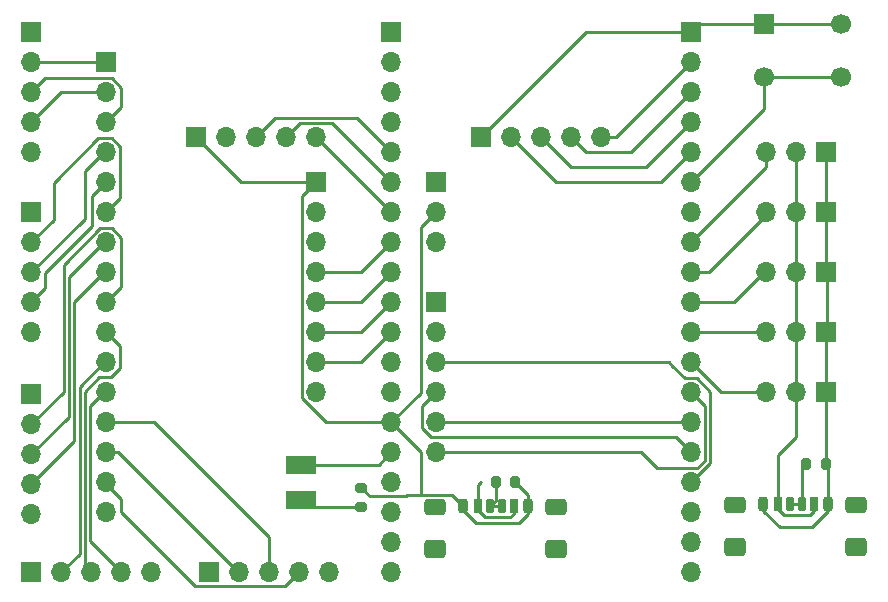
<source format=gbr>
%TF.GenerationSoftware,KiCad,Pcbnew,8.0.3*%
%TF.CreationDate,2024-07-03T01:18:00-05:00*%
%TF.ProjectId,lucidGloves,6c756369-6447-46c6-9f76-65732e6b6963,rev?*%
%TF.SameCoordinates,Original*%
%TF.FileFunction,Copper,L1,Top*%
%TF.FilePolarity,Positive*%
%FSLAX46Y46*%
G04 Gerber Fmt 4.6, Leading zero omitted, Abs format (unit mm)*
G04 Created by KiCad (PCBNEW 8.0.3) date 2024-07-03 01:18:00*
%MOMM*%
%LPD*%
G01*
G04 APERTURE LIST*
G04 Aperture macros list*
%AMRoundRect*
0 Rectangle with rounded corners*
0 $1 Rounding radius*
0 $2 $3 $4 $5 $6 $7 $8 $9 X,Y pos of 4 corners*
0 Add a 4 corners polygon primitive as box body*
4,1,4,$2,$3,$4,$5,$6,$7,$8,$9,$2,$3,0*
0 Add four circle primitives for the rounded corners*
1,1,$1+$1,$2,$3*
1,1,$1+$1,$4,$5*
1,1,$1+$1,$6,$7*
1,1,$1+$1,$8,$9*
0 Add four rect primitives between the rounded corners*
20,1,$1+$1,$2,$3,$4,$5,0*
20,1,$1+$1,$4,$5,$6,$7,0*
20,1,$1+$1,$6,$7,$8,$9,0*
20,1,$1+$1,$8,$9,$2,$3,0*%
G04 Aperture macros list end*
%TA.AperFunction,ComponentPad*%
%ADD10O,1.700000X1.700000*%
%TD*%
%TA.AperFunction,ComponentPad*%
%ADD11R,1.700000X1.700000*%
%TD*%
%TA.AperFunction,SMDPad,CuDef*%
%ADD12RoundRect,0.175000X-0.175000X-0.425000X0.175000X-0.425000X0.175000X0.425000X-0.175000X0.425000X0*%
%TD*%
%TA.AperFunction,SMDPad,CuDef*%
%ADD13RoundRect,0.190000X0.190000X0.410000X-0.190000X0.410000X-0.190000X-0.410000X0.190000X-0.410000X0*%
%TD*%
%TA.AperFunction,SMDPad,CuDef*%
%ADD14RoundRect,0.200000X0.200000X0.400000X-0.200000X0.400000X-0.200000X-0.400000X0.200000X-0.400000X0*%
%TD*%
%TA.AperFunction,SMDPad,CuDef*%
%ADD15RoundRect,0.175000X0.175000X0.425000X-0.175000X0.425000X-0.175000X-0.425000X0.175000X-0.425000X0*%
%TD*%
%TA.AperFunction,SMDPad,CuDef*%
%ADD16RoundRect,0.190000X-0.190000X-0.410000X0.190000X-0.410000X0.190000X0.410000X-0.190000X0.410000X0*%
%TD*%
%TA.AperFunction,SMDPad,CuDef*%
%ADD17RoundRect,0.200000X-0.200000X-0.400000X0.200000X-0.400000X0.200000X0.400000X-0.200000X0.400000X0*%
%TD*%
%TA.AperFunction,SMDPad,CuDef*%
%ADD18RoundRect,0.250000X-0.650000X-0.425000X0.650000X-0.425000X0.650000X0.425000X-0.650000X0.425000X0*%
%TD*%
%TA.AperFunction,SMDPad,CuDef*%
%ADD19RoundRect,0.250000X-0.650000X-0.500000X0.650000X-0.500000X0.650000X0.500000X-0.650000X0.500000X0*%
%TD*%
%TA.AperFunction,ComponentPad*%
%ADD20C,1.700000*%
%TD*%
%TA.AperFunction,SMDPad,CuDef*%
%ADD21RoundRect,0.200000X-0.200000X-0.275000X0.200000X-0.275000X0.200000X0.275000X-0.200000X0.275000X0*%
%TD*%
%TA.AperFunction,SMDPad,CuDef*%
%ADD22RoundRect,0.200000X-0.275000X0.200000X-0.275000X-0.200000X0.275000X-0.200000X0.275000X0.200000X0*%
%TD*%
%TA.AperFunction,SMDPad,CuDef*%
%ADD23R,2.600000X1.500000*%
%TD*%
%TA.AperFunction,ViaPad*%
%ADD24C,0.300000*%
%TD*%
%TA.AperFunction,Conductor*%
%ADD25C,0.250000*%
%TD*%
G04 APERTURE END LIST*
D10*
%TO.P,J3,3,Pin_3*%
%TO.N,Net-(J3-Pin_3)*%
X180340000Y-71120000D03*
%TO.P,J3,2,Pin_2*%
%TO.N,Net-(J10-Pin_5)*%
X180340000Y-68580000D03*
D11*
%TO.P,J3,1,Pin_1*%
%TO.N,Net-(J10-Pin_1)*%
X180340000Y-66040000D03*
%TD*%
D12*
%TO.P,J1,A5,CC1*%
%TO.N,Net-(J1-CC1)*%
X210323213Y-93287648D03*
D13*
%TO.P,J1,A9,VBUS*%
%TO.N,Net-(J16-Pin_2)*%
X212343213Y-93287648D03*
D14*
%TO.P,J1,A12,GND*%
%TO.N,Net-(J16-Pin_1)*%
X213573213Y-93287648D03*
D15*
%TO.P,J1,B5,CC2*%
%TO.N,Net-(J1-CC1)*%
X211323213Y-93287648D03*
D16*
%TO.P,J1,B9,VBUS*%
%TO.N,Net-(J16-Pin_2)*%
X209303213Y-93287648D03*
D17*
%TO.P,J1,B12,GND*%
%TO.N,Net-(J16-Pin_1)*%
X208073213Y-93287648D03*
D18*
%TO.P,J1,S1,SHIELD*%
%TO.N,unconnected-(J1-SHIELD-PadS1)*%
X205698213Y-93342648D03*
D19*
%TO.N,unconnected-(J1-SHIELD-PadS1)_2*%
X205698213Y-96922648D03*
D18*
%TO.N,unconnected-(J1-SHIELD-PadS1)_0*%
X215948213Y-93342648D03*
D19*
%TO.N,unconnected-(J1-SHIELD-PadS1)_1*%
X215948213Y-96922648D03*
%TD*%
D11*
%TO.P,J15,1,Pin_1*%
%TO.N,Net-(J13-Pin_1)*%
X184155000Y-62230000D03*
D10*
%TO.P,J15,2,Pin_2*%
%TO.N,Net-(J13-Pin_5)*%
X186695000Y-62230000D03*
%TO.P,J15,3,Pin_3*%
%TO.N,Net-(J13-Pin_4)*%
X189235000Y-62230000D03*
%TO.P,J15,4,Pin_4*%
%TO.N,Net-(J13-Pin_3)*%
X191775000Y-62230000D03*
%TO.P,J15,5,Pin_5*%
%TO.N,Net-(J13-Pin_2)*%
X194315000Y-62230000D03*
%TD*%
D11*
%TO.P,J6,1,Pin_1*%
%TO.N,Net-(J10-Pin_5)*%
X160020000Y-62230000D03*
D10*
%TO.P,J6,2,Pin_2*%
%TO.N,Net-(J10-Pin_1)*%
X162560000Y-62230000D03*
%TO.P,J6,3,Pin_3*%
%TO.N,Net-(J6-Pin_3)*%
X165100000Y-62230000D03*
%TO.P,J6,4,Pin_4*%
%TO.N,Net-(J6-Pin_4)*%
X167640000Y-62230000D03*
%TO.P,J6,5,Pin_5*%
%TO.N,Net-(J6-Pin_5)*%
X170180000Y-62230000D03*
%TD*%
%TO.P,J7,16,Pin_16*%
%TO.N,unconnected-(J7-Pin_16-Pad16)*%
X152400000Y-93980000D03*
%TO.P,J7,15,Pin_15*%
%TO.N,Net-(J5-Pin_4)*%
X152400000Y-91440000D03*
%TO.P,J7,14,Pin_14*%
%TO.N,Net-(J5-Pin_2)*%
X152400000Y-88900000D03*
%TO.P,J7,13,Pin_13*%
%TO.N,Net-(J5-Pin_3)*%
X152400000Y-86360000D03*
%TO.P,J7,12,Pin_12*%
%TO.N,Net-(J4-Pin_4)*%
X152400000Y-83820000D03*
%TO.P,J7,11,Pin_11*%
%TO.N,Net-(J4-Pin_2)*%
X152400000Y-81280000D03*
%TO.P,J7,10,Pin_10*%
%TO.N,Net-(J4-Pin_3)*%
X152400000Y-78740000D03*
%TO.P,J7,9,Pin_9*%
%TO.N,Net-(J10-Pin_2)*%
X152400000Y-76200000D03*
%TO.P,J7,8,Pin_8*%
%TO.N,Net-(J10-Pin_4)*%
X152400000Y-73660000D03*
%TO.P,J7,7,Pin_7*%
%TO.N,Net-(J10-Pin_3)*%
X152400000Y-71120000D03*
%TO.P,J7,6,Pin_6*%
%TO.N,Net-(J11-Pin_2)*%
X152400000Y-68580000D03*
%TO.P,J7,5,Pin_5*%
%TO.N,Net-(J11-Pin_4)*%
X152400000Y-66040000D03*
%TO.P,J7,4,Pin_4*%
%TO.N,Net-(J11-Pin_3)*%
X152400000Y-63500000D03*
%TO.P,J7,3,Pin_3*%
%TO.N,Net-(J12-Pin_3)*%
X152400000Y-60960000D03*
%TO.P,J7,2,Pin_2*%
%TO.N,Net-(J12-Pin_4)*%
X152400000Y-58420000D03*
D11*
%TO.P,J7,1,Pin_1*%
%TO.N,Net-(J12-Pin_2)*%
X152400000Y-55880000D03*
%TD*%
%TO.P,SW1,1,1*%
%TO.N,Net-(J13-Pin_1)*%
X208130000Y-52650000D03*
D20*
X214630000Y-52650000D03*
%TO.P,SW1,2,2*%
%TO.N,Net-(J13-Pin_6)*%
X208130000Y-57150000D03*
X214630000Y-57150000D03*
%TD*%
D21*
%TO.P,R1,2*%
%TO.N,Net-(J16-Pin_1)*%
X213360000Y-89915000D03*
%TO.P,R1,1*%
%TO.N,Net-(J1-CC1)*%
X211710000Y-89915000D03*
%TD*%
D22*
%TO.P,R3,1*%
%TO.N,Net-(J10-Pin_5)*%
X173990000Y-91885000D03*
%TO.P,R3,2*%
%TO.N,Net-(D1-A)*%
X173990000Y-93535000D03*
%TD*%
D21*
%TO.P,R2,1*%
%TO.N,Net-(J2-CC1)*%
X185420000Y-91440000D03*
%TO.P,R2,2*%
%TO.N,Net-(J10-Pin_5)*%
X187070000Y-91440000D03*
%TD*%
D11*
%TO.P,J20,1,Pin_1*%
%TO.N,Net-(J16-Pin_1)*%
X213360000Y-83820000D03*
D10*
%TO.P,J20,2,Pin_2*%
%TO.N,Net-(J16-Pin_2)*%
X210820000Y-83820000D03*
%TO.P,J20,3,Pin_3*%
%TO.N,Net-(J13-Pin_12)*%
X208280000Y-83820000D03*
%TD*%
D11*
%TO.P,J19,1,Pin_1*%
%TO.N,Net-(J16-Pin_1)*%
X213360000Y-78740000D03*
D10*
%TO.P,J19,2,Pin_2*%
%TO.N,Net-(J16-Pin_2)*%
X210820000Y-78740000D03*
%TO.P,J19,3,Pin_3*%
%TO.N,Net-(J13-Pin_11)*%
X208280000Y-78740000D03*
%TD*%
D11*
%TO.P,J18,1,Pin_1*%
%TO.N,Net-(J16-Pin_1)*%
X213360000Y-73660000D03*
D10*
%TO.P,J18,2,Pin_2*%
%TO.N,Net-(J16-Pin_2)*%
X210820000Y-73660000D03*
%TO.P,J18,3,Pin_3*%
%TO.N,Net-(J13-Pin_10)*%
X208280000Y-73660000D03*
%TD*%
D11*
%TO.P,J17,1,Pin_1*%
%TO.N,Net-(J16-Pin_1)*%
X213360000Y-68580000D03*
D10*
%TO.P,J17,2,Pin_2*%
%TO.N,Net-(J16-Pin_2)*%
X210820000Y-68580000D03*
%TO.P,J17,3,Pin_3*%
%TO.N,Net-(J13-Pin_9)*%
X208280000Y-68580000D03*
%TD*%
D11*
%TO.P,J16,1,Pin_1*%
%TO.N,Net-(J16-Pin_1)*%
X213360000Y-63500000D03*
D10*
%TO.P,J16,2,Pin_2*%
%TO.N,Net-(J16-Pin_2)*%
X210820000Y-63500000D03*
%TO.P,J16,3,Pin_3*%
%TO.N,Net-(J13-Pin_8)*%
X208280000Y-63500000D03*
%TD*%
%TO.P,J12,5,Pin_5*%
%TO.N,Net-(J10-Pin_5)*%
X146100000Y-63500000D03*
%TO.P,J12,4,Pin_4*%
%TO.N,Net-(J12-Pin_4)*%
X146100000Y-60960000D03*
%TO.P,J12,3,Pin_3*%
%TO.N,Net-(J12-Pin_3)*%
X146100000Y-58420000D03*
%TO.P,J12,2,Pin_2*%
%TO.N,Net-(J12-Pin_2)*%
X146100000Y-55880000D03*
D11*
%TO.P,J12,1,Pin_1*%
%TO.N,Net-(J10-Pin_1)*%
X146100000Y-53340000D03*
%TD*%
%TO.P,J11,1,Pin_1*%
%TO.N,Net-(J10-Pin_1)*%
X146100000Y-68580000D03*
D10*
%TO.P,J11,2,Pin_2*%
%TO.N,Net-(J11-Pin_2)*%
X146100000Y-71120000D03*
%TO.P,J11,3,Pin_3*%
%TO.N,Net-(J11-Pin_3)*%
X146100000Y-73660000D03*
%TO.P,J11,4,Pin_4*%
%TO.N,Net-(J11-Pin_4)*%
X146100000Y-76200000D03*
%TO.P,J11,5,Pin_5*%
%TO.N,Net-(J10-Pin_5)*%
X146100000Y-78740000D03*
%TD*%
D11*
%TO.P,J10,1,Pin_1*%
%TO.N,Net-(J10-Pin_1)*%
X146075000Y-84000000D03*
D10*
%TO.P,J10,2,Pin_2*%
%TO.N,Net-(J10-Pin_2)*%
X146075000Y-86540000D03*
%TO.P,J10,3,Pin_3*%
%TO.N,Net-(J10-Pin_3)*%
X146075000Y-89080000D03*
%TO.P,J10,4,Pin_4*%
%TO.N,Net-(J10-Pin_4)*%
X146075000Y-91620000D03*
%TO.P,J10,5,Pin_5*%
%TO.N,Net-(J10-Pin_5)*%
X146075000Y-94160000D03*
%TD*%
%TO.P,J9,19,Pin_19*%
%TO.N,Net-(J3-Pin_3)*%
X176555000Y-99060000D03*
%TO.P,J9,18,Pin_18*%
%TO.N,unconnected-(J9-Pin_18-Pad18)*%
X176555000Y-96520000D03*
%TO.P,J9,17,Pin_17*%
%TO.N,unconnected-(J9-Pin_17-Pad17)*%
X176555000Y-93980000D03*
%TO.P,J9,16,Pin_16*%
%TO.N,unconnected-(J9-Pin_16-Pad16)*%
X176555000Y-91440000D03*
%TO.P,J9,15,Pin_15*%
%TO.N,Net-(D1-K)*%
X176555000Y-88900000D03*
%TO.P,J9,14,Pin_14*%
%TO.N,Net-(J10-Pin_5)*%
X176555000Y-86360000D03*
%TO.P,J9,13,Pin_13*%
%TO.N,Net-(J14-Pin_2)*%
X176555000Y-83820000D03*
%TO.P,J9,12,Pin_12*%
%TO.N,Net-(J14-Pin_1)*%
X176555000Y-81280000D03*
%TO.P,J9,11,Pin_11*%
%TO.N,Net-(J8-Pin_7)*%
X176555000Y-78740000D03*
%TO.P,J9,10,Pin_10*%
%TO.N,Net-(J8-Pin_6)*%
X176555000Y-76200000D03*
%TO.P,J9,9,Pin_9*%
%TO.N,Net-(J8-Pin_5)*%
X176555000Y-73660000D03*
%TO.P,J9,8,Pin_8*%
%TO.N,Net-(J8-Pin_4)*%
X176555000Y-71120000D03*
%TO.P,J9,7,Pin_7*%
%TO.N,Net-(J6-Pin_5)*%
X176555000Y-68580000D03*
%TO.P,J9,6,Pin_6*%
%TO.N,Net-(J6-Pin_4)*%
X176555000Y-66040000D03*
%TO.P,J9,5,Pin_5*%
%TO.N,Net-(J6-Pin_3)*%
X176555000Y-63500000D03*
%TO.P,J9,4,Pin_4*%
%TO.N,unconnected-(J9-Pin_4-Pad4)*%
X176555000Y-60960000D03*
%TO.P,J9,3,Pin_3*%
%TO.N,Net-(J8-Pin_8)*%
X176555000Y-58420000D03*
%TO.P,J9,2,Pin_2*%
%TO.N,unconnected-(J9-Pin_2-Pad2)*%
X176555000Y-55880000D03*
D11*
%TO.P,J9,1,Pin_1*%
%TO.N,Net-(J10-Pin_1)*%
X176555000Y-53340000D03*
%TD*%
D10*
%TO.P,J5,5,Pin_5*%
%TO.N,Net-(J10-Pin_1)*%
X171280000Y-99060000D03*
%TO.P,J5,4,Pin_4*%
%TO.N,Net-(J5-Pin_4)*%
X168740000Y-99060000D03*
%TO.P,J5,3,Pin_3*%
%TO.N,Net-(J5-Pin_3)*%
X166200000Y-99060000D03*
%TO.P,J5,2,Pin_2*%
%TO.N,Net-(J5-Pin_2)*%
X163660000Y-99060000D03*
D11*
%TO.P,J5,1,Pin_1*%
%TO.N,Net-(J10-Pin_5)*%
X161120000Y-99060000D03*
%TD*%
%TO.P,J4,1,Pin_1*%
%TO.N,Net-(J10-Pin_5)*%
X146100000Y-99060000D03*
D10*
%TO.P,J4,2,Pin_2*%
%TO.N,Net-(J4-Pin_2)*%
X148640000Y-99060000D03*
%TO.P,J4,3,Pin_3*%
%TO.N,Net-(J4-Pin_3)*%
X151180000Y-99060000D03*
%TO.P,J4,4,Pin_4*%
%TO.N,Net-(J4-Pin_4)*%
X153720000Y-99060000D03*
%TO.P,J4,5,Pin_5*%
%TO.N,Net-(J10-Pin_1)*%
X156260000Y-99060000D03*
%TD*%
D23*
%TO.P,D1,1,K*%
%TO.N,Net-(D1-K)*%
X168910000Y-89940000D03*
%TO.P,D1,2,A*%
%TO.N,Net-(D1-A)*%
X168910000Y-92940000D03*
%TD*%
D11*
%TO.P,J13,1,Pin_1*%
%TO.N,Net-(J13-Pin_1)*%
X201930000Y-53340000D03*
D10*
%TO.P,J13,2,Pin_2*%
%TO.N,Net-(J13-Pin_2)*%
X201930000Y-55880000D03*
%TO.P,J13,3,Pin_3*%
%TO.N,Net-(J13-Pin_3)*%
X201930000Y-58420000D03*
%TO.P,J13,4,Pin_4*%
%TO.N,Net-(J13-Pin_4)*%
X201930000Y-60960000D03*
%TO.P,J13,5,Pin_5*%
%TO.N,Net-(J13-Pin_5)*%
X201930000Y-63500000D03*
%TO.P,J13,6,Pin_6*%
%TO.N,Net-(J13-Pin_6)*%
X201930000Y-66040000D03*
%TO.P,J13,7,Pin_7*%
%TO.N,unconnected-(J13-Pin_7-Pad7)*%
X201930000Y-68580000D03*
%TO.P,J13,8,Pin_8*%
%TO.N,Net-(J13-Pin_8)*%
X201930000Y-71120000D03*
%TO.P,J13,9,Pin_9*%
%TO.N,Net-(J13-Pin_9)*%
X201930000Y-73660000D03*
%TO.P,J13,10,Pin_10*%
%TO.N,Net-(J13-Pin_10)*%
X201930000Y-76200000D03*
%TO.P,J13,11,Pin_11*%
%TO.N,Net-(J13-Pin_11)*%
X201930000Y-78740000D03*
%TO.P,J13,12,Pin_12*%
%TO.N,Net-(J13-Pin_12)*%
X201930000Y-81280000D03*
%TO.P,J13,13,Pin_13*%
%TO.N,Net-(J13-Pin_13)*%
X201930000Y-83820000D03*
%TO.P,J13,14,Pin_14*%
%TO.N,Net-(J13-Pin_14)*%
X201930000Y-86360000D03*
%TO.P,J13,15,Pin_15*%
%TO.N,Net-(J13-Pin_15)*%
X201930000Y-88900000D03*
%TO.P,J13,16,Pin_16*%
%TO.N,Net-(J13-Pin_16)*%
X201930000Y-91440000D03*
%TO.P,J13,17,Pin_17*%
%TO.N,unconnected-(J13-Pin_17-Pad17)*%
X201930000Y-93980000D03*
%TO.P,J13,18,Pin_18*%
%TO.N,unconnected-(J13-Pin_18-Pad18)*%
X201930000Y-96520000D03*
%TO.P,J13,19,Pin_19*%
%TO.N,unconnected-(J13-Pin_19-Pad19)*%
X201930000Y-99060000D03*
%TD*%
%TO.P,J8,8,Pin_8*%
%TO.N,Net-(J8-Pin_8)*%
X170180000Y-83820000D03*
%TO.P,J8,7,Pin_7*%
%TO.N,Net-(J8-Pin_7)*%
X170180000Y-81280000D03*
%TO.P,J8,6,Pin_6*%
%TO.N,Net-(J8-Pin_6)*%
X170180000Y-78740000D03*
%TO.P,J8,5,Pin_5*%
%TO.N,Net-(J8-Pin_5)*%
X170180000Y-76200000D03*
%TO.P,J8,4,Pin_4*%
%TO.N,Net-(J8-Pin_4)*%
X170180000Y-73660000D03*
%TO.P,J8,3,Pin_3*%
%TO.N,unconnected-(J8-Pin_3-Pad3)*%
X170180000Y-71120000D03*
%TO.P,J8,2,Pin_2*%
%TO.N,Net-(J10-Pin_1)*%
X170180000Y-68580000D03*
D11*
%TO.P,J8,1,Pin_1*%
%TO.N,Net-(J10-Pin_5)*%
X170180000Y-66040000D03*
%TD*%
%TO.P,J14,1,Pin_1*%
%TO.N,Net-(J14-Pin_1)*%
X180340000Y-76200000D03*
D10*
%TO.P,J14,2,Pin_2*%
%TO.N,Net-(J14-Pin_2)*%
X180340000Y-78740000D03*
%TO.P,J14,3,Pin_3*%
%TO.N,Net-(J13-Pin_16)*%
X180340000Y-81280000D03*
%TO.P,J14,4,Pin_4*%
%TO.N,Net-(J13-Pin_15)*%
X180340000Y-83820000D03*
%TO.P,J14,5,Pin_5*%
%TO.N,Net-(J13-Pin_14)*%
X180340000Y-86360000D03*
%TO.P,J14,6,Pin_6*%
%TO.N,Net-(J13-Pin_13)*%
X180340000Y-88900000D03*
%TD*%
D12*
%TO.P,J2,A5,CC1*%
%TO.N,Net-(J2-CC1)*%
X184920000Y-93487500D03*
D13*
%TO.P,J2,A9,VBUS*%
%TO.N,Net-(J3-Pin_3)*%
X186940000Y-93487500D03*
D14*
%TO.P,J2,A12,GND*%
%TO.N,Net-(J10-Pin_5)*%
X188170000Y-93487500D03*
D15*
%TO.P,J2,B5,CC2*%
%TO.N,Net-(J2-CC1)*%
X185920000Y-93487500D03*
D16*
%TO.P,J2,B9,VBUS*%
%TO.N,Net-(J3-Pin_3)*%
X183900000Y-93487500D03*
D17*
%TO.P,J2,B12,GND*%
%TO.N,Net-(J10-Pin_5)*%
X182670000Y-93487500D03*
D18*
%TO.P,J2,S1,SHIELD*%
%TO.N,unconnected-(J2-SHIELD-PadS1)_2*%
X180295000Y-93542500D03*
D19*
%TO.N,unconnected-(J2-SHIELD-PadS1)_1*%
X180295000Y-97122500D03*
D18*
%TO.N,unconnected-(J2-SHIELD-PadS1)_0*%
X190545000Y-93542500D03*
D19*
%TO.N,unconnected-(J2-SHIELD-PadS1)*%
X190545000Y-97122500D03*
%TD*%
D24*
%TO.N,Net-(J3-Pin_3)*%
X184150000Y-91440000D03*
%TD*%
D25*
%TO.N,Net-(J10-Pin_5)*%
X179070000Y-88875000D02*
X176555000Y-86360000D01*
X179070000Y-92542500D02*
X179070000Y-88875000D01*
X179070000Y-92542500D02*
X181725000Y-92542500D01*
X177872500Y-92542500D02*
X179070000Y-92542500D01*
X181725000Y-92542500D02*
X182670000Y-93487500D01*
X177800000Y-92615000D02*
X177872500Y-92542500D01*
X183762500Y-94862500D02*
X182670000Y-93770000D01*
X182670000Y-93770000D02*
X182670000Y-93487500D01*
X187395000Y-94862500D02*
X183762500Y-94862500D01*
X188170000Y-94087500D02*
X187395000Y-94862500D01*
X188170000Y-93487500D02*
X188170000Y-94087500D01*
%TO.N,Net-(J3-Pin_3)*%
X184533044Y-94412500D02*
X183900000Y-93779456D01*
X183900000Y-93779456D02*
X183900000Y-93487500D01*
X186615000Y-94412500D02*
X184533044Y-94412500D01*
X186940000Y-93487500D02*
X186940000Y-94087500D01*
X186940000Y-94087500D02*
X186615000Y-94412500D01*
X183900000Y-91690000D02*
X184150000Y-91440000D01*
X183900000Y-93487500D02*
X183900000Y-91690000D01*
%TO.N,Net-(J10-Pin_5)*%
X177800000Y-92615000D02*
X174720000Y-92615000D01*
X174720000Y-92615000D02*
X173990000Y-91885000D01*
%TO.N,Net-(D1-K)*%
X168910000Y-89940000D02*
X175515000Y-89940000D01*
X175515000Y-89940000D02*
X176555000Y-88900000D01*
%TO.N,Net-(D1-A)*%
X169505000Y-93535000D02*
X168910000Y-92940000D01*
X173990000Y-93535000D02*
X169505000Y-93535000D01*
%TO.N,Net-(J10-Pin_5)*%
X176555000Y-86776701D02*
X176555000Y-86360000D01*
%TO.N,Net-(J13-Pin_13)*%
X199093299Y-90265000D02*
X202468604Y-90265000D01*
X197728299Y-88900000D02*
X199093299Y-90265000D01*
X180340000Y-88900000D02*
X197728299Y-88900000D01*
%TO.N,Net-(J13-Pin_15)*%
X179948299Y-87630000D02*
X200660000Y-87630000D01*
X179165000Y-86846701D02*
X179948299Y-87630000D01*
X179165000Y-84995000D02*
X179165000Y-86846701D01*
X180340000Y-83820000D02*
X179165000Y-84995000D01*
X200660000Y-87630000D02*
X201930000Y-88900000D01*
%TO.N,Net-(J13-Pin_14)*%
X180340000Y-86360000D02*
X201930000Y-86360000D01*
%TO.N,Net-(J13-Pin_16)*%
X200078298Y-81280000D02*
X200369149Y-81570851D01*
X180340000Y-81280000D02*
X200078298Y-81280000D01*
X200369149Y-81570851D02*
X201443299Y-82645000D01*
%TO.N,Net-(J10-Pin_5)*%
X179070000Y-83845000D02*
X176555000Y-86360000D01*
X179070000Y-69850000D02*
X179070000Y-83845000D01*
X180340000Y-68580000D02*
X179070000Y-69850000D01*
%TO.N,Net-(J13-Pin_13)*%
X203105000Y-84995000D02*
X201930000Y-83820000D01*
X202468604Y-90265000D02*
X203105000Y-89628604D01*
X203105000Y-89628604D02*
X203105000Y-84995000D01*
%TO.N,Net-(J13-Pin_16)*%
X203555000Y-83783299D02*
X203555000Y-89815000D01*
X201443299Y-82645000D02*
X202416701Y-82645000D01*
X202416701Y-82645000D02*
X203555000Y-83783299D01*
X203555000Y-89815000D02*
X201930000Y-91440000D01*
%TO.N,Net-(J13-Pin_13)*%
X203105000Y-89386701D02*
X203105000Y-84995000D01*
%TO.N,Net-(J5-Pin_2)*%
X153416928Y-88900000D02*
X152400000Y-88900000D01*
X163576928Y-99060000D02*
X153416928Y-88900000D01*
X163660000Y-99060000D02*
X163576928Y-99060000D01*
%TO.N,Net-(J5-Pin_3)*%
X156463072Y-86360000D02*
X152400000Y-86360000D01*
X166200000Y-96096928D02*
X156463072Y-86360000D01*
X166200000Y-99060000D02*
X166200000Y-96096928D01*
%TO.N,Net-(J2-CC1)*%
X185420000Y-92987500D02*
X184920000Y-93487500D01*
X185420000Y-91440000D02*
X185420000Y-92987500D01*
%TO.N,Net-(J10-Pin_5)*%
X188170000Y-92540000D02*
X188170000Y-93487500D01*
X187070000Y-91440000D02*
X188170000Y-92540000D01*
%TO.N,Net-(J4-Pin_3)*%
X153575000Y-79915000D02*
X152400000Y-78740000D01*
X153575000Y-81766701D02*
X153575000Y-79915000D01*
X152791701Y-82550000D02*
X153575000Y-81766701D01*
X151848299Y-82550000D02*
X152791701Y-82550000D01*
%TO.N,Net-(J10-Pin_2)*%
X153670000Y-70728299D02*
X153670000Y-74930000D01*
X153670000Y-74930000D02*
X152400000Y-76200000D01*
X152886701Y-69945000D02*
X153670000Y-70728299D01*
X148815000Y-73043299D02*
X151913299Y-69945000D01*
X151913299Y-69945000D02*
X152886701Y-69945000D01*
X148815000Y-83800000D02*
X148815000Y-73043299D01*
X146075000Y-86540000D02*
X148815000Y-83800000D01*
%TO.N,Net-(J11-Pin_4)*%
X151225000Y-67215000D02*
X152400000Y-66040000D01*
X151225000Y-69755000D02*
X151225000Y-67215000D01*
X147275000Y-73705000D02*
X151225000Y-69755000D01*
X147275000Y-75025000D02*
X147275000Y-73705000D01*
X146100000Y-76200000D02*
X147275000Y-75025000D01*
%TO.N,Net-(J11-Pin_2)*%
X153575000Y-67405000D02*
X152400000Y-68580000D01*
X153575000Y-63013299D02*
X153575000Y-67405000D01*
X152886701Y-62325000D02*
X153575000Y-63013299D01*
X151753299Y-62325000D02*
X152886701Y-62325000D01*
%TO.N,Net-(J12-Pin_3)*%
X152886701Y-57245000D02*
X153670000Y-58028299D01*
X147275000Y-57245000D02*
X152886701Y-57245000D01*
X146100000Y-58420000D02*
X147275000Y-57245000D01*
X153670000Y-58028299D02*
X153670000Y-59690000D01*
X153670000Y-59690000D02*
X152400000Y-60960000D01*
%TO.N,Net-(J10-Pin_5)*%
X169005000Y-67215000D02*
X170180000Y-66040000D01*
X169005000Y-84306701D02*
X169005000Y-67215000D01*
X176555000Y-86360000D02*
X171058299Y-86360000D01*
X171058299Y-86360000D02*
X169005000Y-84306701D01*
%TO.N,Net-(J8-Pin_7)*%
X174015000Y-81280000D02*
X176555000Y-78740000D01*
X170180000Y-81280000D02*
X174015000Y-81280000D01*
%TO.N,Net-(J8-Pin_6)*%
X174015000Y-78740000D02*
X176555000Y-76200000D01*
X170180000Y-78740000D02*
X174015000Y-78740000D01*
%TO.N,Net-(J8-Pin_5)*%
X174015000Y-76200000D02*
X176555000Y-73660000D01*
X170180000Y-76200000D02*
X174015000Y-76200000D01*
%TO.N,Net-(J8-Pin_4)*%
X174015000Y-73660000D02*
X176555000Y-71120000D01*
X170180000Y-73660000D02*
X174015000Y-73660000D01*
%TO.N,Net-(J10-Pin_5)*%
X170180000Y-66040000D02*
X163830000Y-66040000D01*
%TO.N,Net-(J16-Pin_2)*%
X210820000Y-78375000D02*
X210820000Y-73470000D01*
%TO.N,Net-(J12-Pin_2)*%
X146100000Y-55880000D02*
X152240000Y-55880000D01*
%TO.N,Net-(J12-Pin_4)*%
X148640000Y-58420000D02*
X152240000Y-58420000D01*
X146100000Y-60960000D02*
X148640000Y-58420000D01*
%TO.N,Net-(J11-Pin_2)*%
X148003604Y-66074695D02*
X151753299Y-62325000D01*
X148003604Y-69216396D02*
X148003604Y-66074695D01*
X146100000Y-71120000D02*
X148003604Y-69216396D01*
%TO.N,Net-(J11-Pin_3)*%
X150615000Y-65125000D02*
X152240000Y-63500000D01*
X150615000Y-69145000D02*
X150615000Y-65125000D01*
X146100000Y-73660000D02*
X150615000Y-69145000D01*
%TO.N,Net-(J10-Pin_3)*%
X149265000Y-74095000D02*
X152240000Y-71120000D01*
X149265000Y-85890000D02*
X149265000Y-74095000D01*
X146075000Y-89080000D02*
X149265000Y-85890000D01*
%TO.N,Net-(J10-Pin_4)*%
X149715000Y-76185000D02*
X152240000Y-73660000D01*
X146075000Y-91620000D02*
X149715000Y-87980000D01*
X149715000Y-87980000D02*
X149715000Y-76185000D01*
%TO.N,Net-(J4-Pin_2)*%
X150165000Y-97535000D02*
X150165000Y-83355000D01*
X148640000Y-99060000D02*
X150165000Y-97535000D01*
X150165000Y-83355000D02*
X152240000Y-81280000D01*
%TO.N,Net-(J4-Pin_3)*%
X150615000Y-83783299D02*
X151848299Y-82550000D01*
X150615000Y-98495000D02*
X150615000Y-83783299D01*
X151180000Y-99060000D02*
X150615000Y-98495000D01*
%TO.N,Net-(J4-Pin_4)*%
X151065000Y-96405000D02*
X151065000Y-84995000D01*
X151065000Y-84995000D02*
X152240000Y-83820000D01*
X153720000Y-99060000D02*
X151065000Y-96405000D01*
%TO.N,Net-(J5-Pin_4)*%
X153670000Y-92870000D02*
X152240000Y-91440000D01*
X153670000Y-93960000D02*
X153670000Y-92870000D01*
X159945000Y-100235000D02*
X153670000Y-93960000D01*
X168740000Y-99060000D02*
X167565000Y-100235000D01*
X167565000Y-100235000D02*
X159945000Y-100235000D01*
%TO.N,Net-(J5-Pin_3)*%
X166200000Y-99060000D02*
X166111928Y-99060000D01*
%TO.N,Net-(J6-Pin_3)*%
X173660000Y-60605000D02*
X176555000Y-63500000D01*
X166725000Y-60605000D02*
X173660000Y-60605000D01*
X165100000Y-62230000D02*
X166725000Y-60605000D01*
%TO.N,Net-(J6-Pin_4)*%
X168815000Y-61055000D02*
X171570000Y-61055000D01*
X167640000Y-62230000D02*
X168815000Y-61055000D01*
X171570000Y-61055000D02*
X176555000Y-66040000D01*
%TO.N,Net-(J6-Pin_5)*%
X176530000Y-68580000D02*
X176555000Y-68580000D01*
X170180000Y-62230000D02*
X176530000Y-68580000D01*
%TO.N,Net-(J10-Pin_5)*%
X160020000Y-62230000D02*
X163830000Y-66040000D01*
%TO.N,Net-(J16-Pin_1)*%
X209435565Y-95250000D02*
X212210861Y-95250000D01*
X208073213Y-93887648D02*
X209435565Y-95250000D01*
X212210861Y-95250000D02*
X213573213Y-93887648D01*
X208073213Y-93287648D02*
X208073213Y-93887648D01*
X213573213Y-93887648D02*
X213573213Y-93287648D01*
%TO.N,Net-(J16-Pin_2)*%
X209303213Y-93733213D02*
X209303213Y-93287648D01*
X212343213Y-93887648D02*
X212018213Y-94212648D01*
X212018213Y-94212648D02*
X209782648Y-94212648D01*
X209782648Y-94212648D02*
X209303213Y-93733213D01*
X212343213Y-93287648D02*
X212343213Y-93887648D01*
%TO.N,Net-(J2-CC1)*%
X185920000Y-93487500D02*
X184920000Y-93487500D01*
%TO.N,Net-(J13-Pin_12)*%
X204470000Y-83820000D02*
X201930000Y-81280000D01*
X208280000Y-83820000D02*
X204470000Y-83820000D01*
%TO.N,Net-(J16-Pin_1)*%
X213360000Y-73470000D02*
X213360000Y-68820000D01*
%TO.N,Net-(J16-Pin_2)*%
X210820000Y-68820000D02*
X210820000Y-64170000D01*
X210820000Y-73470000D02*
X210820000Y-68820000D01*
X210920000Y-73570000D02*
X210820000Y-73470000D01*
X210820000Y-78475000D02*
X210920000Y-78375000D01*
X210820000Y-82770000D02*
X210820000Y-78475000D01*
X209303213Y-89146787D02*
X210820000Y-87630000D01*
X209303213Y-93287648D02*
X209303213Y-89146787D01*
%TO.N,Net-(J1-CC1)*%
X210323213Y-93287648D02*
X211323213Y-93287648D01*
X211323213Y-90301787D02*
X211323213Y-93287648D01*
X211710000Y-89915000D02*
X211323213Y-90301787D01*
%TO.N,Net-(J16-Pin_1)*%
X213360000Y-90170000D02*
X213573213Y-90383213D01*
X213360000Y-89915000D02*
X213360000Y-90170000D01*
X213573213Y-90383213D02*
X213573213Y-93287648D01*
%TO.N,Net-(J13-Pin_5)*%
X190500000Y-66040000D02*
X199390000Y-66040000D01*
X186690000Y-62230000D02*
X190500000Y-66040000D01*
%TO.N,Net-(J13-Pin_4)*%
X189230000Y-62230000D02*
X191770000Y-64770000D01*
X191770000Y-64770000D02*
X198120000Y-64770000D01*
%TO.N,Net-(J13-Pin_2)*%
X195580000Y-62230000D02*
X201930000Y-55880000D01*
X194310000Y-62230000D02*
X195580000Y-62230000D01*
%TO.N,Net-(J13-Pin_3)*%
X196850000Y-63500000D02*
X201930000Y-58420000D01*
X193040000Y-63500000D02*
X196850000Y-63500000D01*
X191770000Y-62230000D02*
X193040000Y-63500000D01*
%TO.N,Net-(J13-Pin_4)*%
X198120000Y-64770000D02*
X201930000Y-60960000D01*
%TO.N,Net-(J13-Pin_5)*%
X199390000Y-66040000D02*
X201930000Y-63500000D01*
%TO.N,Net-(J13-Pin_1)*%
X193040000Y-53340000D02*
X201930000Y-53340000D01*
X184150000Y-62230000D02*
X193040000Y-53340000D01*
X202620000Y-52650000D02*
X201930000Y-53340000D01*
X208130000Y-52650000D02*
X202620000Y-52650000D01*
X214630000Y-52650000D02*
X208130000Y-52650000D01*
%TO.N,Net-(J13-Pin_6)*%
X208130000Y-57150000D02*
X214630000Y-57150000D01*
X208130000Y-59840000D02*
X208130000Y-57150000D01*
X201930000Y-66040000D02*
X208130000Y-59840000D01*
%TO.N,Net-(J13-Pin_8)*%
X201930000Y-71120000D02*
X208280000Y-64770000D01*
X208280000Y-64770000D02*
X208280000Y-64170000D01*
%TO.N,Net-(J13-Pin_9)*%
X201930000Y-73660000D02*
X203440000Y-73660000D01*
X203440000Y-73660000D02*
X208280000Y-68820000D01*
%TO.N,Net-(J13-Pin_10)*%
X201930000Y-76200000D02*
X205550000Y-76200000D01*
X205550000Y-76200000D02*
X208280000Y-73470000D01*
%TO.N,Net-(J13-Pin_11)*%
X208015000Y-78740000D02*
X208380000Y-78375000D01*
X201930000Y-78740000D02*
X208015000Y-78740000D01*
%TO.N,Net-(J16-Pin_1)*%
X213360000Y-68820000D02*
X213360000Y-64170000D01*
X213460000Y-78375000D02*
X213460000Y-73570000D01*
X213460000Y-73570000D02*
X213360000Y-73470000D01*
X213360000Y-78475000D02*
X213460000Y-78375000D01*
X213360000Y-82770000D02*
X213360000Y-78475000D01*
X213360000Y-89915000D02*
X213360000Y-82770000D01*
%TO.N,Net-(J16-Pin_2)*%
X210820000Y-87630000D02*
X210820000Y-82770000D01*
%TD*%
M02*

</source>
